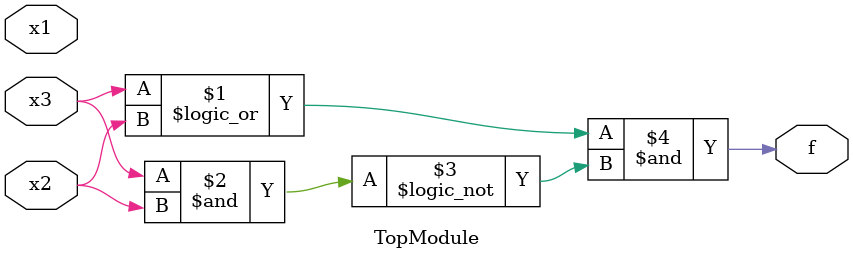
<source format=sv>

module TopModule (
  input wire x3,
  input wire x2,
  input wire x1,
  output wire f
);

assign f = (x3 || x2) & !(x3 & x2);

endmodule

// VERILOG-EVAL: errant inclusion of module definition

</source>
